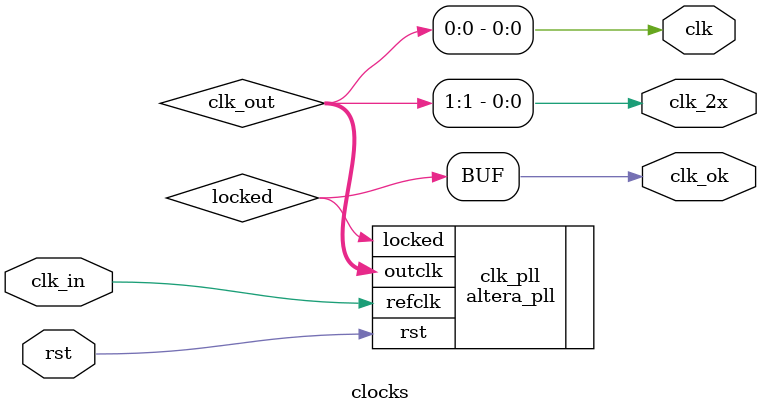
<source format=v>
/**
  Clock generator
  --
  Terasic Cyclone V GX Starter Kit.
  --
  (c) 2022 - 2023 Gray, gray@grayraven.org
  https://oberon-rts.org/licences
**/

`timescale 1ns / 1ps
`default_nettype none

module  clocks (
	input wire rst,
	input wire clk_in,
	output wire clk,
	output wire clk_2x,
	output wire clk_ok
);

  wire [1:0] clk_out;
  wire locked;

	altera_pll #(
		.fractional_vco_multiplier("false"),
		.reference_clock_frequency("50.0 MHz"),
		.operation_mode("source synchronous"),
//		.operation_mode("normal"),
		.number_of_clocks(2),
		.output_clock_frequency0("25.000000 MHz"),
		.phase_shift0("0 ps"),
		.duty_cycle0(50),
		.output_clock_frequency1("80.000000 MHz"),
		.phase_shift1("0 ps"),
		.duty_cycle1(50),
		.output_clock_frequency2("0 MHz"),
		.phase_shift2("0 ps"),
		.duty_cycle2(50),
		.output_clock_frequency3("0 MHz"),
		.phase_shift3("0 ps"),
		.duty_cycle3(50),
		.output_clock_frequency4("0 MHz"),
		.phase_shift4("0 ps"),
		.duty_cycle4(50),
		.output_clock_frequency5("0 MHz"),
		.phase_shift5("0 ps"),
		.duty_cycle5(50),
		.output_clock_frequency6("0 MHz"),
		.phase_shift6("0 ps"),
		.duty_cycle6(50),
		.output_clock_frequency7("0 MHz"),
		.phase_shift7("0 ps"),
		.duty_cycle7(50),
		.output_clock_frequency8("0 MHz"),
		.phase_shift8("0 ps"),
		.duty_cycle8(50),
		.output_clock_frequency9("0 MHz"),
		.phase_shift9("0 ps"),
		.duty_cycle9(50),
		.output_clock_frequency10("0 MHz"),
		.phase_shift10("0 ps"),
		.duty_cycle10(50),
		.output_clock_frequency11("0 MHz"),
		.phase_shift11("0 ps"),
		.duty_cycle11(50),
		.output_clock_frequency12("0 MHz"),
		.phase_shift12("0 ps"),
		.duty_cycle12(50),
		.output_clock_frequency13("0 MHz"),
		.phase_shift13("0 ps"),
		.duty_cycle13(50),
		.output_clock_frequency14("0 MHz"),
		.phase_shift14("0 ps"),
		.duty_cycle14(50),
		.output_clock_frequency15("0 MHz"),
		.phase_shift15("0 ps"),
		.duty_cycle15(50),
		.output_clock_frequency16("0 MHz"),
		.phase_shift16("0 ps"),
		.duty_cycle16(50),
		.output_clock_frequency17("0 MHz"),
		.phase_shift17("0 ps"),
		.duty_cycle17(50),
		.pll_type("General"),
		.pll_subtype("General")
  ) clk_pll (
		.rst(rst),
		.outclk(clk_out[1:0]),
		.locked(locked),
		.refclk(clk_in)
	);

  assign clk = clk_out[0];
	assign clk_2x = clk_out[1];
  assign clk_ok = locked;

endmodule

`resetall

</source>
